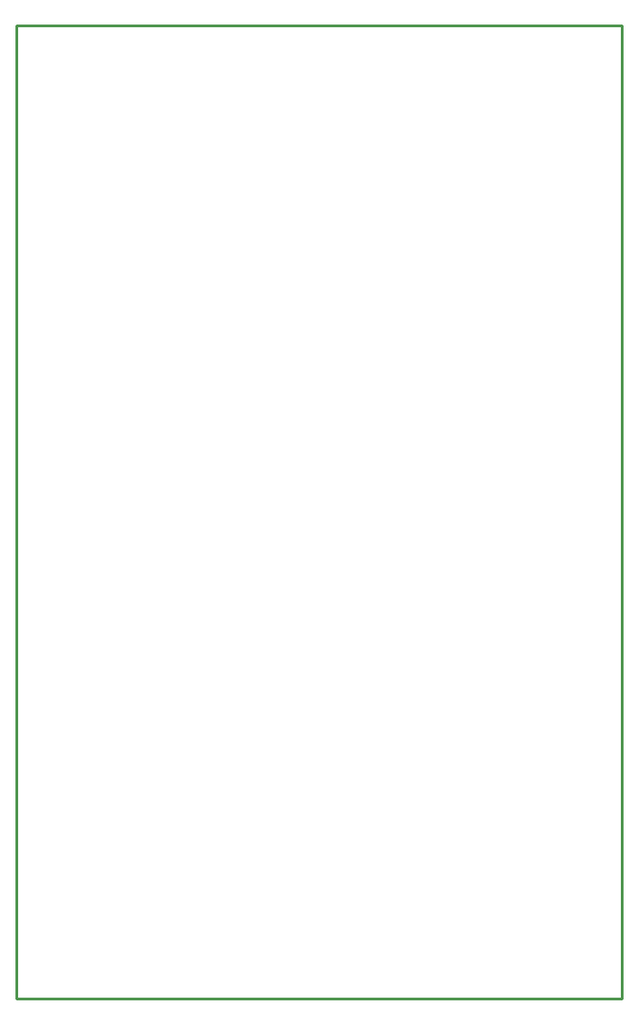
<source format=gbr>
G04 EAGLE Gerber RS-274X export*
G75*
%MOMM*%
%FSLAX34Y34*%
%LPD*%
%IN*%
%IPPOS*%
%AMOC8*
5,1,8,0,0,1.08239X$1,22.5*%
G01*
%ADD10C,0.254000*%


D10*
X0Y0D02*
X564896Y0D01*
X564896Y906272D01*
X0Y906272D01*
X0Y0D01*
M02*

</source>
